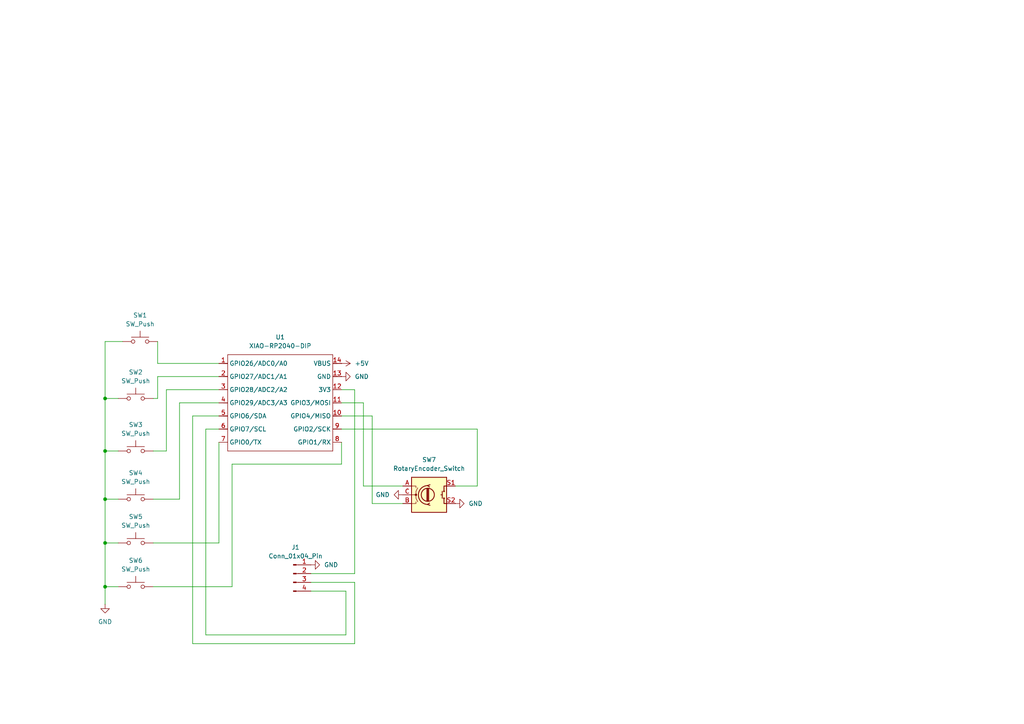
<source format=kicad_sch>
(kicad_sch (version 20250114) (generator "eeschema") (generator_version "9.0")
  (paper "A4")
  (lib_symbols
    (symbol "Connector:Conn_01x04_Pin" (pin_names (offset 1.016) (hide yes))
      (property "Reference" "J" (at 0 5.08 0))
      (property "Value" "Conn_01x04_Pin" (at 0 -7.62 0))
      (symbol "Conn_01x04_Pin_1_1"
        (rectangle (start 0.8636 2.667) (end 0 2.413) (stroke (width 0.1524)) (fill (type outline)))
        (rectangle (start 0.8636 0.127) (end 0 -0.127) (stroke (width 0.1524)) (fill (type outline)))
        (rectangle (start 0.8636 -2.413) (end 0 -2.667) (stroke (width 0.1524)) (fill (type outline)))
        (rectangle (start 0.8636 -4.953) (end 0 -5.207) (stroke (width 0.1524)) (fill (type outline)))
        (polyline (pts (xy 1.27 2.54) (xy 0.8636 2.54)) (stroke (width 0.1524)))
        (polyline (pts (xy 1.27 0) (xy 0.8636 0)) (stroke (width 0.1524)))
        (polyline (pts (xy 1.27 -2.54) (xy 0.8636 -2.54)) (stroke (width 0.1524)))
        (polyline (pts (xy 1.27 -5.08) (xy 0.8636 -5.08)) (stroke (width 0.1524)))
        (pin passive line (at 5.08 2.54 180) (length 3.81) (name "Pin_1") (number "1"))
        (pin passive line (at 5.08 0 180) (length 3.81) (name "Pin_2") (number "2"))
        (pin passive line (at 5.08 -2.54 180) (length 3.81) (name "Pin_3") (number "3"))
        (pin passive line (at 5.08 -5.08 180) (length 3.81) (name "Pin_4") (number "4"))
      )
    )
    (symbol "Device:RotaryEncoder_Switch" (pin_names (offset 0.254) (hide yes))
      (property "Reference" "SW" (at 0 6.604 0))
      (property "Value" "RotaryEncoder_Switch" (at 0 -6.604 0))
      (symbol "RotaryEncoder_Switch_0_1"
        (rectangle (start -5.08 5.08) (end 5.08 -5.08) (stroke (width 0.254)) (fill (type background)))
        (polyline (pts (xy -5.08 2.54) (xy -3.81 2.54) (xy -3.81 2.032)))
        (polyline (pts (xy -5.08 0) (xy -3.81 0) (xy -3.81 -1.016) (xy -3.302 -2.032)))
        (polyline (pts (xy -5.08 -2.54) (xy -3.81 -2.54) (xy -3.81 -2.032)))
        (polyline (pts (xy -4.318 0) (xy -3.81 0) (xy -3.81 1.016) (xy -3.302 2.032)))
        (circle (center -3.81 0) (radius 0.254) (fill (type outline)))
        (polyline (pts (xy -0.635 -1.778) (xy -0.635 1.778)) (stroke (width 0.254)))
        (circle (center -0.381 0) (radius 1.905) (stroke (width 0.254)))
        (polyline (pts (xy -0.381 -1.778) (xy -0.381 1.778)) (stroke (width 0.254)))
        (arc (start -0.381 -2.794) (mid -3.0988 -0.0635) (end -0.381 2.667) (stroke (width 0.254)))
        (polyline (pts (xy -0.127 1.778) (xy -0.127 -1.778)) (stroke (width 0.254)))
        (polyline (pts (xy 0.254 2.921) (xy -0.508 2.667) (xy 0.127 2.286)) (stroke (width 0.254)))
        (polyline (pts (xy 0.254 -3.048) (xy -0.508 -2.794) (xy 0.127 -2.413)) (stroke (width 0.254)))
        (polyline (pts (xy 3.81 1.016) (xy 3.81 -1.016)) (stroke (width 0.254)))
        (polyline (pts (xy 3.81 0) (xy 3.429 0)) (stroke (width 0.254)))
        (circle (center 4.318 1.016) (radius 0.127) (stroke (width 0.254)))
        (circle (center 4.318 -1.016) (radius 0.127) (stroke (width 0.254)))
        (polyline (pts (xy 5.08 2.54) (xy 4.318 2.54) (xy 4.318 1.016)) (stroke (width 0.254)))
        (polyline (pts (xy 5.08 -2.54) (xy 4.318 -2.54) (xy 4.318 -1.016)) (stroke (width 0.254)))
      )
      (symbol "RotaryEncoder_Switch_1_1"
        (pin passive line (at -7.62 2.54 0) (length 2.54) (name "A") (number "A"))
        (pin passive line (at -7.62 0 0) (length 2.54) (name "C") (number "C"))
        (pin passive line (at -7.62 -2.54 0) (length 2.54) (name "B") (number "B"))
        (pin passive line (at 7.62 2.54 180) (length 2.54) (name "S1") (number "S1"))
        (pin passive line (at 7.62 -2.54 180) (length 2.54) (name "S2") (number "S2"))
      )
    )
    (symbol "Seeed_Studio_XIAO_Series:XIAO-RP2040-DIP"
      (property "Reference" "U" (at 0 0 0))
      (property "Value" "XIAO-RP2040-DIP" (at 5.334 -1.778 0))
      (symbol "XIAO-RP2040-DIP_1_0"
        (polyline (pts (xy -1.27 -2.54) (xy 29.21 -2.54)) (stroke (width 0.1524)))
        (polyline (pts (xy -1.27 -5.08) (xy -2.54 -5.08)) (stroke (width 0.1524)))
        (polyline (pts (xy -1.27 -5.08) (xy -1.27 -2.54)) (stroke (width 0.1524)))
        (polyline (pts (xy -1.27 -8.89) (xy -2.54 -8.89)) (stroke (width 0.1524)))
        (polyline (pts (xy -1.27 -8.89) (xy -1.27 -5.08)) (stroke (width 0.1524)))
        (polyline (pts (xy -1.27 -12.7) (xy -2.54 -12.7)) (stroke (width 0.1524)))
        (polyline (pts (xy -1.27 -12.7) (xy -1.27 -8.89)) (stroke (width 0.1524)))
        (polyline (pts (xy -1.27 -16.51) (xy -2.54 -16.51)) (stroke (width 0.1524)))
        (polyline (pts (xy -1.27 -16.51) (xy -1.27 -12.7)) (stroke (width 0.1524)))
        (polyline (pts (xy -1.27 -20.32) (xy -2.54 -20.32)) (stroke (width 0.1524)))
        (polyline (pts (xy -1.27 -24.13) (xy -2.54 -24.13)) (stroke (width 0.1524)))
        (polyline (pts (xy -1.27 -27.94) (xy -2.54 -27.94)) (stroke (width 0.1524)))
        (polyline (pts (xy -1.27 -30.48) (xy -1.27 -16.51)) (stroke (width 0.1524)))
        (polyline (pts (xy 29.21 -2.54) (xy 29.21 -5.08)) (stroke (width 0.1524)))
        (polyline (pts (xy 29.21 -5.08) (xy 29.21 -8.89)) (stroke (width 0.1524)))
        (polyline (pts (xy 29.21 -8.89) (xy 29.21 -12.7)) (stroke (width 0.1524)))
        (polyline (pts (xy 29.21 -12.7) (xy 29.21 -30.48)) (stroke (width 0.1524)))
        (polyline (pts (xy 29.21 -30.48) (xy -1.27 -30.48)) (stroke (width 0.1524)))
        (polyline (pts (xy 30.48 -5.08) (xy 29.21 -5.08)) (stroke (width 0.1524)))
        (polyline (pts (xy 30.48 -8.89) (xy 29.21 -8.89)) (stroke (width 0.1524)))
        (polyline (pts (xy 30.48 -12.7) (xy 29.21 -12.7)) (stroke (width 0.1524)))
        (polyline (pts (xy 30.48 -16.51) (xy 29.21 -16.51)) (stroke (width 0.1524)))
        (polyline (pts (xy 30.48 -20.32) (xy 29.21 -20.32)) (stroke (width 0.1524)))
        (polyline (pts (xy 30.48 -24.13) (xy 29.21 -24.13)) (stroke (width 0.1524)))
        (polyline (pts (xy 30.48 -27.94) (xy 29.21 -27.94)) (stroke (width 0.1524)))
        (pin passive line (at -3.81 -5.08 0) (length 2.54) (name "GPIO26/ADC0/A0") (number "1"))
        (pin passive line (at -3.81 -8.89 0) (length 2.54) (name "GPIO27/ADC1/A1") (number "2"))
        (pin passive line (at -3.81 -12.7 0) (length 2.54) (name "GPIO28/ADC2/A2") (number "3"))
        (pin passive line (at -3.81 -16.51 0) (length 2.54) (name "GPIO29/ADC3/A3") (number "4"))
        (pin passive line (at -3.81 -20.32 0) (length 2.54) (name "GPIO6/SDA") (number "5"))
        (pin passive line (at -3.81 -24.13 0) (length 2.54) (name "GPIO7/SCL") (number "6"))
        (pin passive line (at -3.81 -27.94 0) (length 2.54) (name "GPIO0/TX") (number "7"))
        (pin passive line (at 31.75 -5.08 180) (length 2.54) (name "VBUS") (number "14"))
        (pin passive line (at 31.75 -8.89 180) (length 2.54) (name "GND") (number "13"))
        (pin passive line (at 31.75 -12.7 180) (length 2.54) (name "3V3") (number "12"))
        (pin passive line (at 31.75 -16.51 180) (length 2.54) (name "GPIO3/MOSI") (number "11"))
        (pin passive line (at 31.75 -20.32 180) (length 2.54) (name "GPIO4/MISO") (number "10"))
        (pin passive line (at 31.75 -24.13 180) (length 2.54) (name "GPIO2/SCK") (number "9"))
        (pin passive line (at 31.75 -27.94 180) (length 2.54) (name "GPIO1/RX") (number "8"))
      )
    )
    (symbol "Switch:SW_Push" (pin_numbers (hide yes)) (pin_names (offset 1.016) (hide yes))
      (property "Reference" "SW" (at 1.27 2.54 0))
      (property "Value" "SW_Push" (at 0 -1.524 0))
      (symbol "SW_Push_0_1"
        (circle (center -2.032 0) (radius 0.508))
        (polyline (pts (xy 0 1.27) (xy 0 3.048)))
        (circle (center 2.032 0) (radius 0.508))
        (polyline (pts (xy 2.54 1.27) (xy -2.54 1.27)))
        (pin passive line (at -5.08 0 0) (length 2.54) (name "1") (number "1"))
        (pin passive line (at 5.08 0 180) (length 2.54) (name "2") (number "2"))
      )
    )
    (symbol "power:+5V" (power) (pin_numbers (hide yes)) (pin_names (offset 0) (hide yes))
      (property "Value" "+5V" (at 0 3.556 0))
      (symbol "+5V_0_1"
        (polyline (pts (xy -0.762 1.27) (xy 0 2.54)))
        (polyline (pts (xy 0 2.54) (xy 0.762 1.27)))
        (polyline (pts (xy 0 0) (xy 0 2.54)))
      )
      (symbol "+5V_1_1"
        (pin power_in line (at 0 0 90) (length 0) (name "~") (number "1"))
      )
    )
    (symbol "power:GND" (power) (pin_numbers (hide yes)) (pin_names (offset 0) (hide yes))
      (property "Value" "GND" (at 0 -3.81 0))
      (symbol "GND_0_1"
        (polyline (pts (xy 0 0) (xy 0 -1.27) (xy 1.27 -1.27) (xy 0 -2.54) (xy -1.27 -1.27) (xy 0 -1.27)))
      )
      (symbol "GND_1_1"
        (pin power_in line (at 0 0 270) (length 0) (name "~") (number "1"))
      )
    )
  )
  (junction (at 30.48 115.57))
  (junction (at 30.48 170.18))
  (junction (at 30.48 144.78))
  (junction (at 30.48 130.81))
  (junction (at 30.48 157.48))
  (wire (pts (xy 138.43 124.46) (xy 99.06 124.46)))
  (wire (pts (xy 52.07 144.78) (xy 52.07 116.84)))
  (wire (pts (xy 48.26 130.81) (xy 48.26 113.03)))
  (wire (pts (xy 30.48 99.06) (xy 30.48 115.57)))
  (wire (pts (xy 30.48 144.78) (xy 30.48 157.48)))
  (wire (pts (xy 55.88 120.65) (xy 63.5 120.65)))
  (wire (pts (xy 90.17 166.37) (xy 102.87 166.37)))
  (wire (pts (xy 44.45 130.81) (xy 48.26 130.81)))
  (wire (pts (xy 138.43 140.97) (xy 138.43 124.46)))
  (wire (pts (xy 102.87 166.37) (xy 102.87 113.03)))
  (wire (pts (xy 30.48 115.57) (xy 30.48 130.81)))
  (wire (pts (xy 102.87 113.03) (xy 99.06 113.03)))
  (wire (pts (xy 116.84 140.97) (xy 105.41 140.97)))
  (wire (pts (xy 90.17 168.91) (xy 102.87 168.91)))
  (wire (pts (xy 35.56 99.06) (xy 30.48 99.06)))
  (wire (pts (xy 30.48 157.48) (xy 30.48 170.18)))
  (wire (pts (xy 44.45 144.78) (xy 52.07 144.78)))
  (wire (pts (xy 45.72 105.41) (xy 63.5 105.41)))
  (wire (pts (xy 52.07 116.84) (xy 63.5 116.84)))
  (wire (pts (xy 45.72 109.22) (xy 63.5 109.22)))
  (wire (pts (xy 132.08 140.97) (xy 138.43 140.97)))
  (wire (pts (xy 30.48 170.18) (xy 34.29 170.18)))
  (wire (pts (xy 90.17 171.45) (xy 100.33 171.45)))
  (wire (pts (xy 30.48 130.81) (xy 30.48 144.78)))
  (wire (pts (xy 102.87 186.69) (xy 55.88 186.69)))
  (wire (pts (xy 102.87 168.91) (xy 102.87 186.69)))
  (wire (pts (xy 44.45 170.18) (xy 67.31 170.18)))
  (wire (pts (xy 67.31 134.62) (xy 99.06 134.62)))
  (wire (pts (xy 44.45 157.48) (xy 63.5 157.48)))
  (wire (pts (xy 107.95 120.65) (xy 99.06 120.65)))
  (wire (pts (xy 59.69 124.46) (xy 63.5 124.46)))
  (wire (pts (xy 105.41 116.84) (xy 99.06 116.84)))
  (wire (pts (xy 30.48 144.78) (xy 34.29 144.78)))
  (wire (pts (xy 45.72 99.06) (xy 45.72 105.41)))
  (wire (pts (xy 30.48 130.81) (xy 34.29 130.81)))
  (wire (pts (xy 105.41 140.97) (xy 105.41 116.84)))
  (wire (pts (xy 63.5 157.48) (xy 63.5 128.27)))
  (wire (pts (xy 99.06 134.62) (xy 99.06 128.27)))
  (wire (pts (xy 116.84 146.05) (xy 107.95 146.05)))
  (wire (pts (xy 100.33 171.45) (xy 100.33 184.15)))
  (wire (pts (xy 44.45 115.57) (xy 45.72 115.57)))
  (wire (pts (xy 67.31 170.18) (xy 67.31 134.62)))
  (wire (pts (xy 45.72 115.57) (xy 45.72 109.22)))
  (wire (pts (xy 107.95 146.05) (xy 107.95 120.65)))
  (wire (pts (xy 30.48 157.48) (xy 34.29 157.48)))
  (wire (pts (xy 48.26 113.03) (xy 63.5 113.03)))
  (wire (pts (xy 30.48 115.57) (xy 34.29 115.57)))
  (wire (pts (xy 59.69 184.15) (xy 59.69 124.46)))
  (wire (pts (xy 55.88 186.69) (xy 55.88 120.65)))
  (wire (pts (xy 30.48 170.18) (xy 30.48 175.26)))
  (wire (pts (xy 100.33 184.15) (xy 59.69 184.15)))
  (symbol (lib_id "power:GND") (at 132.08 146.05 90) (unit 1)
    (property "Reference" "#PWR06" (effects (hide yes)))
    (property "Value" "GND" (at 135.89 146.0499 90) (effects (justify right)))
    (property "Description" "Power symbol creates a global label with name \"GND\" , ground" (effects (hide yes)))
  )
  (symbol (lib_id "power:GND") (at 90.17 163.83 90) (unit 1)
    (property "Reference" "#PWR01" (effects (hide yes)))
    (property "Value" "GND" (at 93.98 163.8299 90) (effects (justify right)))
    (property "Description" "Power symbol creates a global label with name \"GND\" , ground" (effects (hide yes)))
  )
  (symbol (lib_id "Switch:SW_Push") (at 39.37 130.81 0) (unit 1)
    (property "Reference" "SW3" (at 39.37 123.19 0))
    (property "Value" "SW_Push" (at 39.37 125.73 0))
    (property "Footprint" "Button_Switch_Keyboard:SW_Cherry_MX_1.00u_PCB" (effects (hide yes)))
    (property "Description" "Push button switch, generic, two pins" (effects (hide yes)))
  )
  (symbol (lib_id "Connector:Conn_01x04_Pin") (at 85.09 166.37 0) (unit 1)
    (property "Reference" "J1" (at 85.725 158.75 0))
    (property "Value" "Conn_01x04_Pin" (at 85.725 161.29 0))
    (property "Footprint" "OLEDS:SSD1306-0.91-OLED-4pin-128x32" (effects (hide yes)))
    (property "Description" "Generic connector, single row, 01x04, script generated" (effects (hide yes)))
  )
  (symbol (lib_id "power:GND") (at 99.06 109.22 90) (unit 1)
    (property "Reference" "#PWR05" (effects (hide yes)))
    (property "Value" "GND" (at 102.87 109.2199 90) (effects (justify right)))
    (property "Description" "Power symbol creates a global label with name \"GND\" , ground" (effects (hide yes)))
  )
  (symbol (lib_id "Switch:SW_Push") (at 39.37 144.78 0) (unit 1)
    (property "Reference" "SW4" (at 39.37 137.16 0))
    (property "Value" "SW_Push" (at 39.37 139.7 0))
    (property "Footprint" "Button_Switch_Keyboard:SW_Cherry_MX_1.00u_PCB" (effects (hide yes)))
    (property "Description" "Push button switch, generic, two pins" (effects (hide yes)))
  )
  (symbol (lib_id "power:GND") (at 30.48 175.26 0) (unit 1)
    (property "Reference" "#PWR03" (effects (hide yes)))
    (property "Value" "GND" (at 30.48 180.34 0))
    (property "Description" "Power symbol creates a global label with name \"GND\" , ground" (effects (hide yes)))
  )
  (symbol (lib_id "Switch:SW_Push") (at 39.37 157.48 0) (unit 1)
    (property "Reference" "SW5" (at 39.37 149.86 0))
    (property "Value" "SW_Push" (at 39.37 152.4 0))
    (property "Footprint" "Button_Switch_Keyboard:SW_Cherry_MX_1.00u_PCB" (effects (hide yes)))
    (property "Description" "Push button switch, generic, two pins" (effects (hide yes)))
  )
  (symbol (lib_id "power:GND") (at 116.84 143.51 270) (unit 1)
    (property "Reference" "#PWR02" (effects (hide yes)))
    (property "Value" "GND" (at 113.03 143.5099 90) (effects (justify right)))
    (property "Description" "Power symbol creates a global label with name \"GND\" , ground" (effects (hide yes)))
  )
  (symbol (lib_id "Switch:SW_Push") (at 40.64 99.06 0) (unit 1)
    (property "Reference" "SW1" (at 40.64 91.44 0))
    (property "Value" "SW_Push" (at 40.64 93.98 0))
    (property "Footprint" "Button_Switch_Keyboard:SW_Cherry_MX_1.00u_PCB" (effects (hide yes)))
    (property "Description" "Push button switch, generic, two pins" (effects (hide yes)))
  )
  (symbol (lib_id "Device:RotaryEncoder_Switch") (at 124.46 143.51 0) (unit 1)
    (property "Reference" "SW7" (at 124.46 133.35 0))
    (property "Value" "RotaryEncoder_Switch" (at 124.46 135.89 0))
    (property "Footprint" "Rotary_Encoder:RotaryEncoder_Alps_EC11E-Switch_Vertical_H20mm" (effects (hide yes)))
    (property "Description" "Rotary encoder, dual channel, incremental quadrate outputs, with switch" (effects (hide yes)))
  )
  (symbol (lib_id "Switch:SW_Push") (at 39.37 170.18 0) (unit 1)
    (property "Reference" "SW6" (at 39.37 162.56 0))
    (property "Value" "SW_Push" (at 39.37 165.1 0))
    (property "Footprint" "Button_Switch_Keyboard:SW_Cherry_MX_1.00u_PCB" (effects (hide yes)))
    (property "Description" "Push button switch, generic, two pins" (effects (hide yes)))
  )
  (symbol (lib_id "power:+5V") (at 99.06 105.41 270) (unit 1)
    (property "Reference" "#PWR04" (effects (hide yes)))
    (property "Value" "+5V" (at 102.87 105.4099 90) (effects (justify left)))
    (property "Description" "Power symbol creates a global label with name \"+5V\"" (effects (hide yes)))
  )
  (symbol (lib_id "Switch:SW_Push") (at 39.37 115.57 0) (unit 1)
    (property "Reference" "SW2" (at 39.37 107.95 0))
    (property "Value" "SW_Push" (at 39.37 110.49 0))
    (property "Footprint" "Button_Switch_Keyboard:SW_Cherry_MX_1.00u_PCB" (effects (hide yes)))
    (property "Description" "Push button switch, generic, two pins" (effects (hide yes)))
  )
  (symbol (lib_id "Seeed_Studio_XIAO_Series:XIAO-RP2040-DIP") (at 67.31 100.33 0) (unit 1)
    (property "Reference" "U1" (at 81.28 97.79 0))
    (property "Value" "XIAO-RP2040-DIP" (at 81.28 100.33 0))
    (property "Footprint" "Seeed Studio XIAO Series Library:XIAO-RP2040-DIP" (effects (hide yes)))
  )
)
</source>
